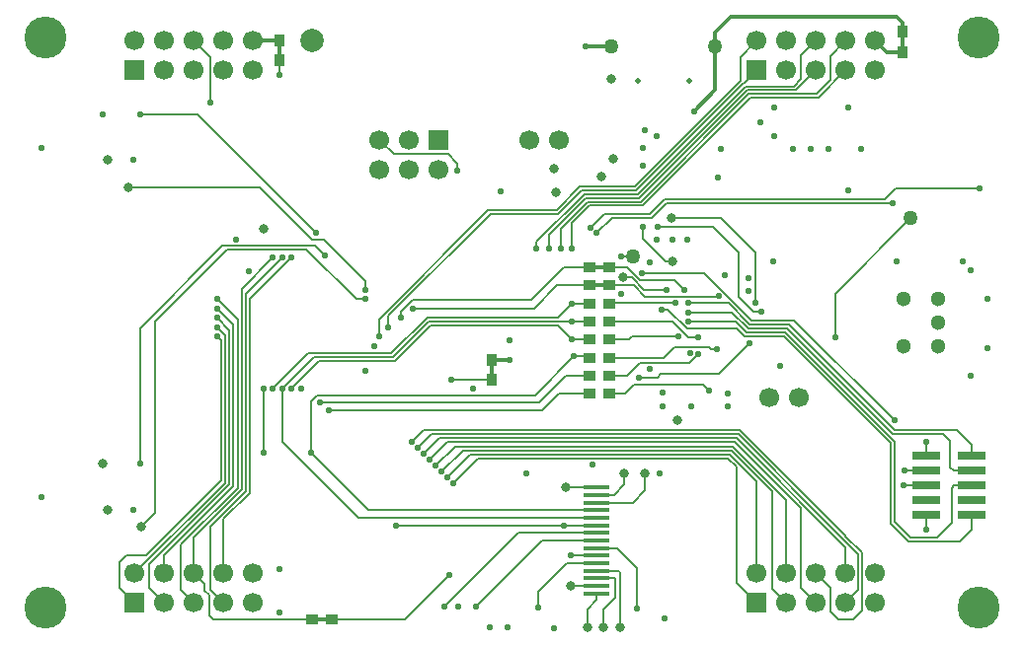
<source format=gbl>
%FSLAX43Y43*%
%MOMM*%
G71*
G01*
G75*
G04 Layer_Physical_Order=4*
G04 Layer_Color=16711680*
%ADD10R,2.500X1.200*%
%ADD11R,0.800X0.650*%
%ADD12R,0.900X0.600*%
%ADD13R,1.350X1.500*%
%ADD14R,0.762X0.762*%
%ADD15R,0.700X0.700*%
%ADD16O,0.550X1.750*%
%ADD17O,1.750X0.550*%
%ADD18R,0.600X0.900*%
%ADD19R,0.650X0.800*%
%ADD20R,1.200X1.200*%
%ADD21R,1.000X2.250*%
%ADD22R,1.150X1.350*%
%ADD23R,2.000X2.500*%
%ADD24R,0.500X2.300*%
%ADD25R,1.500X3.280*%
%ADD26R,1.500X0.990*%
%ADD27R,0.950X1.750*%
%ADD28R,1.100X1.000*%
%ADD29R,1.100X0.600*%
%ADD30R,1.500X0.800*%
%ADD31R,1.300X0.600*%
%ADD32R,1.300X1.600*%
%ADD33O,0.300X1.700*%
%ADD34O,1.700X0.300*%
%ADD35R,0.800X1.000*%
%ADD36R,1.000X1.000*%
%ADD37R,0.950X1.000*%
%ADD38R,1.000X0.950*%
%ADD39O,0.700X0.250*%
%ADD40O,0.250X0.700*%
%ADD41R,1.400X3.000*%
%ADD42R,2.000X8.000*%
%ADD43C,0.175*%
%ADD44C,0.230*%
%ADD45C,0.150*%
%ADD46C,0.300*%
%ADD47C,0.200*%
%ADD48R,0.900X0.300*%
%ADD49R,1.700X1.700*%
%ADD50C,0.500*%
%ADD51C,1.700*%
%ADD52C,2.000*%
%ADD53C,3.600*%
%ADD54C,1.300*%
%ADD55C,0.550*%
%ADD56C,0.500*%
%ADD57C,1.600*%
%ADD58C,1.500*%
G04:AMPARAMS|DCode=59|XSize=2.524mm|YSize=2.524mm|CornerRadius=0mm|HoleSize=0mm|Usage=FLASHONLY|Rotation=0.000|XOffset=0mm|YOffset=0mm|HoleType=Round|Shape=Relief|Width=0.254mm|Gap=0.254mm|Entries=4|*
%AMTHD59*
7,0,0,2.524,2.016,0.254,45*
%
%ADD59THD59*%
%ADD60C,2.600*%
G04:AMPARAMS|DCode=61|XSize=4.624mm|YSize=4.624mm|CornerRadius=0mm|HoleSize=0mm|Usage=FLASHONLY|Rotation=0.000|XOffset=0mm|YOffset=0mm|HoleType=Round|Shape=Relief|Width=0.254mm|Gap=0.254mm|Entries=4|*
%AMTHD61*
7,0,0,4.624,4.116,0.254,45*
%
%ADD61THD61*%
G04:AMPARAMS|DCode=62|XSize=2.424mm|YSize=2.424mm|CornerRadius=0mm|HoleSize=0mm|Usage=FLASHONLY|Rotation=0.000|XOffset=0mm|YOffset=0mm|HoleType=Round|Shape=Relief|Width=0.254mm|Gap=0.254mm|Entries=4|*
%AMTHD62*
7,0,0,2.424,1.916,0.254,45*
%
%ADD62THD62*%
%ADD63C,0.850*%
%ADD64C,3.700*%
%ADD65R,2.400X0.800*%
%ADD66R,2.200X0.350*%
%ADD67C,1.270*%
%ADD68R,0.300X0.900*%
%ADD69C,0.800*%
D37*
X22550Y51200D02*
D03*
Y49500D02*
D03*
X40742Y23784D02*
D03*
Y22084D02*
D03*
X76000Y50250D02*
D03*
Y51950D02*
D03*
D38*
X49175Y30200D02*
D03*
X50875D02*
D03*
X49175Y31750D02*
D03*
X50875D02*
D03*
X49175Y22450D02*
D03*
X50875D02*
D03*
X49175Y20900D02*
D03*
X50875D02*
D03*
X49175Y24000D02*
D03*
X50875D02*
D03*
X49175Y25550D02*
D03*
X50875D02*
D03*
X49175Y27100D02*
D03*
X50875D02*
D03*
X49175Y28650D02*
D03*
X50875D02*
D03*
X27050Y1500D02*
D03*
X25350D02*
D03*
D43*
X75375Y38500D02*
X82575D01*
X74475Y37600D02*
X75375Y38500D01*
X55600Y37600D02*
X74475D01*
X54485Y36025D02*
X55735Y37275D01*
X75125D01*
X54350Y36350D02*
X55600Y37600D01*
X51090Y36025D02*
X54485D01*
X50425Y36350D02*
X54350D01*
X49745Y34680D02*
X51090Y36025D01*
X49250Y35175D02*
X50425Y36350D01*
X53693Y37050D02*
X62943Y46300D01*
X49125Y37050D02*
X53693D01*
X53558Y37375D02*
X62808Y46625D01*
X48990Y37375D02*
X53558D01*
X53424Y37700D02*
X62674Y46950D01*
X48825Y37700D02*
X53424D01*
X53289Y38025D02*
X62539Y47275D01*
X48690Y38025D02*
X53289D01*
X53155Y38350D02*
X62405Y47600D01*
X48465Y38350D02*
X53155D01*
X53020Y38675D02*
X62100Y47755D01*
X48331Y38675D02*
X53020D01*
X47650Y35575D02*
X49125Y37050D01*
X46675Y35060D02*
X48990Y37375D01*
X45675Y34550D02*
X48825Y37700D01*
X44575Y33910D02*
X48690Y38025D01*
X46465Y36350D02*
X48465Y38350D01*
X46331Y36675D02*
X48331Y38675D01*
X19675Y29475D02*
X22800Y32600D01*
X19675Y12520D02*
Y29475D01*
X16667Y9513D02*
X19675Y12520D01*
X16667Y4052D02*
Y9513D01*
Y4052D02*
X17780Y2940D01*
X20025Y29025D02*
X23600Y32600D01*
X20025Y12375D02*
Y29025D01*
X17780Y10130D02*
X20025Y12375D01*
X17780Y5480D02*
Y10130D01*
X46675Y33350D02*
Y35060D01*
X47650Y33350D02*
Y35575D01*
X45675Y33375D02*
Y34550D01*
X44575Y33375D02*
Y33910D01*
X40475Y36675D02*
X46331D01*
X40650Y36350D02*
X46465D01*
X31900Y27600D02*
X40650Y36350D01*
X31100Y27300D02*
X40475Y36675D01*
X62440Y47600D02*
X63500Y48660D01*
X62405Y47600D02*
X62440D01*
X62539Y47275D02*
X66675D01*
X62943Y46300D02*
X68760D01*
X50375Y878D02*
Y2400D01*
X48947Y878D02*
Y2397D01*
X62674Y46950D02*
X66870D01*
X62808Y46625D02*
X68625D01*
X66675Y47275D02*
X67300Y47900D01*
X66870Y46950D02*
X68580Y48660D01*
X68625Y46625D02*
X69825Y47825D01*
X68760Y46300D02*
X71120Y48660D01*
X67300Y47900D02*
Y49920D01*
X69825Y47825D02*
Y49905D01*
X46475Y26750D02*
X47650Y25575D01*
X47625Y27100D02*
X49175D01*
X35395D02*
X47625D01*
X69825Y49905D02*
X71120Y51200D01*
X68580Y5480D02*
X69800Y4260D01*
Y2200D02*
Y4260D01*
Y2200D02*
X70500Y1500D01*
X71743D01*
X72550Y2307D01*
Y7240D01*
X71120Y8670D02*
X72550Y7240D01*
X71120Y8670D02*
Y8705D01*
Y5480D02*
Y7715D01*
X61758Y17078D02*
X71120Y7715D01*
Y2940D02*
X72225Y4045D01*
Y7105D01*
X69825Y9505D02*
X72225Y7105D01*
X67300Y49920D02*
X68580Y51200D01*
X62100Y47755D02*
Y49800D01*
X63500Y51200D01*
X60375Y36025D02*
X63400Y33000D01*
X56200Y36025D02*
X60375D01*
X55000Y35200D02*
X59700D01*
X61900Y33000D01*
X31900Y26600D02*
Y27600D01*
X33000Y27400D02*
Y27960D01*
X70200Y29500D02*
X76700Y36000D01*
X70200Y25700D02*
Y29500D01*
X50875Y20900D02*
X52200D01*
X53000Y21700D01*
X58900D01*
X59400Y21200D01*
X47807Y24093D02*
X49082D01*
X47650Y28650D02*
X49175D01*
X46400Y30200D02*
X49175D01*
X44400Y28200D02*
X46400Y30200D01*
X34000Y28200D02*
X44400D01*
X46950Y31750D02*
X49175D01*
X53400Y22300D02*
X55000D01*
X55275Y22575D01*
X50875Y22450D02*
X52350D01*
X53437Y23537D01*
X57737D01*
X58500Y24300D01*
X56305Y27100D02*
X57630Y25775D01*
X50875Y27100D02*
X56305D01*
X57630Y25775D02*
X58475D01*
X50875Y25550D02*
X52550D01*
X52832Y25832D01*
X61900Y29200D02*
Y33000D01*
Y29200D02*
X63200Y27900D01*
X63900D01*
X63400Y28700D02*
Y33000D01*
X61066Y28677D02*
X62893Y26850D01*
X57601Y28677D02*
X61066D01*
X57626Y27889D02*
X61359D01*
X62458Y25800D02*
X65800D01*
X61796Y26462D02*
X62458Y25800D01*
X57531Y26462D02*
X61796D01*
X62603Y26150D02*
X65945D01*
X61651Y27102D02*
X62603Y26150D01*
X57651Y27102D02*
X61651D01*
X66090Y26500D02*
X75140Y17450D01*
X62748Y26500D02*
X66090D01*
X61359Y27889D02*
X62748Y26500D01*
X66235Y26850D02*
X75285Y17800D01*
X62893Y26850D02*
X66235D01*
X66700Y27200D02*
X75300Y18600D01*
X63038Y27200D02*
X66700D01*
X58963Y31275D02*
X63038Y27200D01*
X55854Y28139D02*
X57531Y26462D01*
X75285Y17800D02*
X80645D01*
X75140Y17450D02*
X79495D01*
X76100Y13000D02*
X78050D01*
X76130Y14270D02*
X78050D01*
X81950Y15540D02*
Y16495D01*
X80645Y17800D02*
X81950Y16495D01*
X79495Y17450D02*
X80100Y16845D01*
X80900Y8200D02*
X81950Y9250D01*
X76500Y8200D02*
X80900D01*
X76640Y8555D02*
X78955D01*
X80200Y12800D02*
X80400Y13000D01*
X80200Y9800D02*
Y12800D01*
X78955Y8555D02*
X80200Y9800D01*
X80400Y13000D02*
X81950D01*
Y9250D02*
Y10460D01*
X78050Y9250D02*
Y10460D01*
Y15540D02*
Y16750D01*
X80430Y14270D02*
X81950D01*
X80100Y14600D02*
X80430Y14270D01*
X80100Y14600D02*
Y16845D01*
X33911Y16789D02*
X34900Y17778D01*
X37500Y13200D02*
X39628Y15328D01*
X36987Y13713D02*
X38952Y15677D01*
X36475Y14225D02*
X38277Y16028D01*
X35962Y14738D02*
X37602Y16378D01*
X35449Y15251D02*
X36926Y16728D01*
X34937Y15763D02*
X36251Y17078D01*
X34424Y16276D02*
X35576Y17428D01*
X53700Y34177D02*
X55645Y32233D01*
X53700Y34177D02*
Y35200D01*
X53650Y31275D02*
X58963D01*
X55365Y28139D02*
X55854D01*
X10599Y44900D02*
X15552D01*
X25730Y34722D01*
X61747Y4693D02*
X63500Y2940D01*
X10602Y14900D02*
Y26527D01*
X64800Y4180D02*
X66040Y2940D01*
X67285Y4235D02*
X68580Y2940D01*
X11913Y10663D02*
Y27076D01*
X10750Y9500D02*
X11913Y10663D01*
X49082Y24093D02*
X49175Y24000D01*
X46939Y9600D02*
X49750D01*
X36728Y2616D02*
X43062Y8950D01*
X49750D01*
X39395Y2642D02*
X45054Y8300D01*
X49750D01*
X47575Y7000D02*
X49750D01*
Y11550D02*
X49750Y11550D01*
X52850D01*
X44725Y3900D02*
X47175Y6350D01*
X44725Y2550D02*
Y3900D01*
X47175Y6350D02*
X49750D01*
X53250Y2425D02*
Y5950D01*
X51550Y7650D02*
X53250Y5950D01*
X49750Y7650D02*
X51550D01*
X49750Y5700D02*
X51650D01*
X49750Y5050D02*
X51350D01*
X47550Y4400D02*
X49750D01*
X51850Y32700D02*
X52900D01*
X54300Y23000D02*
X54300Y23000D01*
X55400Y21000D02*
X55400Y21000D01*
X55403Y19851D02*
X55424D01*
X60125Y29175D02*
X60214Y29264D01*
X60225Y22575D02*
X62900Y25250D01*
X55275Y22575D02*
X60225D01*
X16637Y45898D02*
Y49803D01*
X15240Y51200D02*
X16637Y49803D01*
X14127Y4052D02*
X15240Y2940D01*
X11430Y4210D02*
Y6255D01*
Y4210D02*
X12700Y2940D01*
X8890Y4210D02*
X10160Y2940D01*
X8890Y4210D02*
Y6477D01*
X9423Y7010D01*
X15240Y5480D02*
Y8580D01*
X14127Y4052D02*
Y7963D01*
X12700Y5480D02*
Y7030D01*
X9423Y7010D02*
X11151D01*
X55645Y32233D02*
X56254D01*
X60061Y29239D02*
X60125Y29175D01*
X57005Y29239D02*
X57005Y29239D01*
X57450D01*
X57451Y29239D01*
X60061D01*
X56397Y30652D02*
X57250Y29799D01*
X50875Y31750D02*
X52394D01*
X53492Y30652D02*
X56397D01*
X52394Y31750D02*
X53492Y30652D01*
X52050Y30875D02*
X52761D01*
X53812Y29823D01*
X55750D01*
X50875Y30200D02*
X52928D01*
X53888Y29239D01*
X57005D01*
X50902Y28677D02*
X56508D01*
X50875Y28650D02*
X50902Y28677D01*
X52832Y25832D02*
X56813D01*
X55518Y24000D02*
X56435Y24917D01*
X50875Y24000D02*
X55518D01*
X56435Y24917D02*
X59429D01*
X59597Y24750D01*
X60100D01*
X22550Y48265D02*
Y49500D01*
X9600Y38575D02*
X20875D01*
X29150Y29000D02*
X29896D01*
X22800Y16775D02*
Y21300D01*
Y16775D02*
X29325Y10250D01*
X49750D01*
X25300Y15800D02*
X30200Y10900D01*
X49750D01*
X21200Y15800D02*
Y21300D01*
X20875Y38575D02*
X25325Y34125D01*
X18975Y12810D02*
Y27272D01*
X17247Y29000D02*
X18975Y27272D01*
X18625Y12955D02*
Y26822D01*
X17247Y28200D02*
X18625Y26822D01*
X18275Y13100D02*
Y26372D01*
X17247Y27400D02*
X18275Y26372D01*
X17925Y13245D02*
Y25922D01*
X17247Y26600D02*
X17925Y25922D01*
X11151Y7010D02*
X17575Y13435D01*
Y25472D01*
X17247Y25800D02*
X17575Y25472D01*
X15240Y8580D02*
X19325Y12665D01*
X14127Y7963D02*
X18975Y12810D01*
X12700Y7030D02*
X18625Y12955D01*
X11430Y6255D02*
X18275Y13100D01*
X10160Y5480D02*
X17925Y13245D01*
X19325Y12665D02*
Y29925D01*
X22000Y32600D01*
X32550Y9600D02*
X46939D01*
X31160Y42700D02*
X32410Y41450D01*
X37050D01*
X37850Y40650D01*
Y40075D02*
Y40650D01*
X16525Y1850D02*
Y3600D01*
Y1850D02*
X16875Y1500D01*
X25350D01*
X16175Y3950D02*
X16525Y3600D01*
X16175Y3950D02*
Y4545D01*
X15240Y5480D02*
X16175Y4545D01*
X33325Y1500D02*
X37150Y5325D01*
X27050Y1500D02*
X33325D01*
X25300Y15800D02*
Y20275D01*
X25800Y20775D01*
X47675Y25550D02*
X49175D01*
X31100Y25800D02*
Y27300D01*
X22800Y21300D02*
X25525Y24025D01*
X22000Y21311D02*
X25064Y24375D01*
X32175D01*
X25525Y24025D02*
X32320D01*
X37300Y22084D02*
X40742D01*
X23600Y21311D02*
X25964Y23675D01*
X32465D01*
X44488Y20775D02*
X47807Y24093D01*
X25800Y20775D02*
X38977D01*
X38977Y20775D01*
X39423D01*
X39423Y20775D01*
X44488D01*
X32175Y24375D02*
X35250Y27450D01*
X32320Y24025D02*
X35395Y27100D01*
X35250Y27450D02*
X46450D01*
X47650Y28650D01*
X32465Y23675D02*
X35540Y26750D01*
X46475D01*
X47145Y22450D02*
X49175D01*
X26000Y20168D02*
X44863D01*
X47145Y22450D01*
X26800Y19510D02*
X45110D01*
X46500Y20900D01*
X49175D01*
X34900Y17778D02*
X62047D01*
X71120Y8705D01*
X35576Y17428D02*
X61903D01*
X69825Y9505D01*
X36251Y17078D02*
X61758D01*
X36926Y16728D02*
X61613D01*
X67285Y11055D01*
Y4235D02*
Y11055D01*
X37602Y16378D02*
X61468D01*
X66040Y11805D01*
Y5480D02*
Y11805D01*
X38277Y16028D02*
X61323D01*
X64800Y12550D01*
Y4180D02*
Y12550D01*
X38952Y15677D02*
X61178D01*
X63500Y13355D01*
Y5480D02*
Y13355D01*
X39628Y15328D02*
X61033D01*
X61747Y14613D01*
Y4693D02*
Y14613D01*
X33000Y27960D02*
X34015Y28975D01*
X44175D01*
X46950Y31750D01*
X51350Y3375D02*
Y5050D01*
X52158Y13120D02*
Y14025D01*
X52850Y11550D02*
X53934Y12634D01*
Y14050D01*
X75300Y9895D02*
X76640Y8555D01*
X75300Y9895D02*
Y16795D01*
X65945Y26150D02*
X75300Y16795D01*
X74950Y9750D02*
Y16650D01*
X65800Y25800D02*
X74950Y16650D01*
Y9750D02*
X76500Y8200D01*
X10602Y26527D02*
X17699Y33625D01*
X25659D01*
X26492Y32791D01*
X11913Y27076D02*
X18111Y33275D01*
X24875D01*
X29150Y29000D01*
X25325Y34125D02*
X26350D01*
X29896Y30579D01*
Y29800D02*
Y30579D01*
X48947Y2397D02*
X49750Y3200D01*
Y3750D01*
X51772Y878D02*
Y5578D01*
X51650Y5700D02*
X51772Y5578D01*
X50375Y2400D02*
X51350Y3375D01*
D46*
X61290Y53264D02*
X75500D01*
X76000Y52764D01*
Y51950D02*
Y52764D01*
X74610Y50250D02*
X76000D01*
X73660Y51200D02*
X74610Y50250D01*
X40742Y23784D02*
X40777Y23820D01*
X42326D01*
X59950Y51924D02*
X61290Y53264D01*
X59950Y50750D02*
Y51924D01*
X48850Y50750D02*
X50750D01*
X51000Y51000D01*
X59950Y47000D02*
Y50750D01*
X58100Y45150D02*
X59950Y47000D01*
X20320Y51200D02*
X22550D01*
D47*
X49750Y12200D02*
X51239D01*
X52158Y13120D01*
X47125Y12850D02*
X49750D01*
D48*
X50026Y30200D02*
D03*
X50026Y31750D02*
D03*
X26200Y1500D02*
D03*
D49*
X10160Y48660D02*
D03*
X63500D02*
D03*
X10160Y2940D02*
D03*
X63500D02*
D03*
X36240Y42700D02*
D03*
D50*
X57700Y47750D02*
D03*
X53300D02*
D03*
D51*
X46570Y42700D02*
D03*
X44030D02*
D03*
X20320Y48660D02*
D03*
Y51200D02*
D03*
X17780Y48660D02*
D03*
Y51200D02*
D03*
X15240Y48660D02*
D03*
Y51200D02*
D03*
X12700Y48660D02*
D03*
Y51200D02*
D03*
X10160D02*
D03*
X63500D02*
D03*
X66040D02*
D03*
Y48660D02*
D03*
X68580Y51200D02*
D03*
Y48660D02*
D03*
X71120Y51200D02*
D03*
Y48660D02*
D03*
X73660Y51200D02*
D03*
Y48660D02*
D03*
X10160Y5480D02*
D03*
X12700D02*
D03*
Y2940D02*
D03*
X15240Y5480D02*
D03*
Y2940D02*
D03*
X17780Y5480D02*
D03*
Y2940D02*
D03*
X20320Y5480D02*
D03*
Y2940D02*
D03*
X63500Y5480D02*
D03*
X66040D02*
D03*
Y2940D02*
D03*
X68580Y5480D02*
D03*
Y2940D02*
D03*
X71120Y5480D02*
D03*
Y2940D02*
D03*
X73660Y5480D02*
D03*
Y2940D02*
D03*
X67140Y20600D02*
D03*
X64600D02*
D03*
X31160Y42700D02*
D03*
Y40160D02*
D03*
X33700Y42700D02*
D03*
Y40160D02*
D03*
X36240D02*
D03*
D52*
X25400Y51200D02*
D03*
D53*
X2500Y2500D02*
D03*
Y51500D02*
D03*
X82500D02*
D03*
Y2500D02*
D03*
D54*
X76075Y25000D02*
D03*
Y29000D02*
D03*
X79075D02*
D03*
Y25000D02*
D03*
Y27000D02*
D03*
D55*
X53725Y40500D02*
D03*
X53725Y42000D02*
D03*
X75125Y37275D02*
D03*
X82575Y38500D02*
D03*
X22800Y32600D02*
D03*
X23600D02*
D03*
X49745Y34680D02*
D03*
X49250Y35175D02*
D03*
X47650Y25575D02*
D03*
X45675Y33375D02*
D03*
X47625Y27100D02*
D03*
X46675Y33350D02*
D03*
X44575Y33375D02*
D03*
X47650Y33350D02*
D03*
X55000Y35200D02*
D03*
X31900Y26600D02*
D03*
X33000Y27400D02*
D03*
X59400Y21200D02*
D03*
X47807Y24093D02*
D03*
X47650Y28650D02*
D03*
X53400Y22300D02*
D03*
X58500Y24300D02*
D03*
X70200Y25700D02*
D03*
X22800Y21300D02*
D03*
X63900Y27900D02*
D03*
X63400Y28700D02*
D03*
X75300Y18600D02*
D03*
X76100Y13000D02*
D03*
X76130Y14270D02*
D03*
X78050Y9250D02*
D03*
Y16750D02*
D03*
X37300Y22084D02*
D03*
X53700Y35200D02*
D03*
X53650Y31275D02*
D03*
X57601Y28677D02*
D03*
X57626Y27889D02*
D03*
X57651Y27102D02*
D03*
X55365Y28139D02*
D03*
X25730Y34722D02*
D03*
X10599Y44900D02*
D03*
X26492Y32791D02*
D03*
X10602Y14900D02*
D03*
X29896Y29800D02*
D03*
Y29000D02*
D03*
X34000Y28200D02*
D03*
X33911Y16789D02*
D03*
X34424Y16276D02*
D03*
X34937Y15763D02*
D03*
X35449Y15251D02*
D03*
X35962Y14738D02*
D03*
X36475Y14225D02*
D03*
X36987Y13713D02*
D03*
X37500Y13200D02*
D03*
X49441Y14790D02*
D03*
X55134Y14056D02*
D03*
X43773Y14037D02*
D03*
X46939Y9600D02*
D03*
X36728Y2616D02*
D03*
X40605Y822D02*
D03*
X39395Y2642D02*
D03*
X47575Y7000D02*
D03*
X46122Y778D02*
D03*
X42125Y825D02*
D03*
X44725Y2550D02*
D03*
X53250Y2425D02*
D03*
X55575Y1600D02*
D03*
X19950Y31425D02*
D03*
X18825Y34150D02*
D03*
X10025Y10950D02*
D03*
Y40950D02*
D03*
X7425Y44900D02*
D03*
X2200Y42000D02*
D03*
Y12000D02*
D03*
X51850Y32700D02*
D03*
X65525Y23300D02*
D03*
X41550Y38300D02*
D03*
X71300Y45465D02*
D03*
Y38315D02*
D03*
X72465Y41890D02*
D03*
X65000Y43000D02*
D03*
Y45465D02*
D03*
X58100Y45150D02*
D03*
X69628Y41890D02*
D03*
X68153D02*
D03*
X66603D02*
D03*
X63830Y44180D02*
D03*
X60125Y39425D02*
D03*
X53900Y43550D02*
D03*
X54900Y43000D02*
D03*
X48850Y50750D02*
D03*
X56250Y34150D02*
D03*
X54300Y23000D02*
D03*
X55400Y21000D02*
D03*
X57900Y19850D02*
D03*
X55403Y19851D02*
D03*
X60975Y19850D02*
D03*
X51850Y29450D02*
D03*
X64900Y32300D02*
D03*
X60214Y29264D02*
D03*
X62750Y30850D02*
D03*
X60750Y31050D02*
D03*
X54300Y32200D02*
D03*
X54950Y34150D02*
D03*
X57550D02*
D03*
X60375Y41925D02*
D03*
X62750Y29750D02*
D03*
X62900Y25250D02*
D03*
X22550Y5850D02*
D03*
X22575Y2150D02*
D03*
X42276Y25445D02*
D03*
X42326Y23820D02*
D03*
X16637Y45898D02*
D03*
X17247Y27400D02*
D03*
Y26600D02*
D03*
Y25800D02*
D03*
Y28200D02*
D03*
Y29000D02*
D03*
X57753Y24359D02*
D03*
X58475Y25775D02*
D03*
X60999Y20950D02*
D03*
X55750Y29823D02*
D03*
X57250Y29799D02*
D03*
X56508Y28677D02*
D03*
X60100Y24750D02*
D03*
X56813Y25832D02*
D03*
X22550Y48265D02*
D03*
X22000Y21311D02*
D03*
X23600D02*
D03*
X24400D02*
D03*
X26800Y19510D02*
D03*
X26000Y20168D02*
D03*
X29900Y22890D02*
D03*
X83275Y29050D02*
D03*
X81875Y31525D02*
D03*
Y22400D02*
D03*
X83275Y24825D02*
D03*
X22000Y32600D02*
D03*
X21200Y15800D02*
D03*
Y21300D02*
D03*
X25300Y15800D02*
D03*
X37913Y2613D02*
D03*
X32550Y9600D02*
D03*
X37850Y40075D02*
D03*
X37150Y5325D02*
D03*
X30715Y25000D02*
D03*
X31100Y25800D02*
D03*
X39200Y21312D02*
D03*
X81200Y32275D02*
D03*
X75475D02*
D03*
D65*
X78050Y14270D02*
D03*
Y13000D02*
D03*
Y11730D02*
D03*
X81950D02*
D03*
Y14270D02*
D03*
Y13000D02*
D03*
Y15540D02*
D03*
X78050D02*
D03*
Y10460D02*
D03*
X81950D02*
D03*
D66*
X49750Y12850D02*
D03*
Y12200D02*
D03*
Y11550D02*
D03*
Y10900D02*
D03*
Y10250D02*
D03*
Y9600D02*
D03*
Y8950D02*
D03*
Y8300D02*
D03*
Y7650D02*
D03*
Y7000D02*
D03*
Y6350D02*
D03*
Y5700D02*
D03*
Y5050D02*
D03*
Y4400D02*
D03*
Y3750D02*
D03*
D67*
X52900Y32700D02*
D03*
X76700Y36000D02*
D03*
X51000Y50750D02*
D03*
X59950D02*
D03*
D68*
X22550Y50351D02*
D03*
X40742Y22939D02*
D03*
X76000Y51100D02*
D03*
D69*
X51772Y878D02*
D03*
X50375D02*
D03*
X48947D02*
D03*
X9600Y38575D02*
D03*
X10750Y9500D02*
D03*
X47550Y4400D02*
D03*
X52050Y30875D02*
D03*
X7850Y10950D02*
D03*
X7425Y14900D02*
D03*
X7850Y40950D02*
D03*
X51025Y47950D02*
D03*
X46136Y40200D02*
D03*
X50200Y39500D02*
D03*
X51200Y41050D02*
D03*
X46250Y38150D02*
D03*
X56200Y36025D02*
D03*
X56254Y32233D02*
D03*
X47125Y12850D02*
D03*
X52158Y14025D02*
D03*
X53934Y14050D02*
D03*
X21175Y35075D02*
D03*
X56650Y18625D02*
D03*
M02*

</source>
